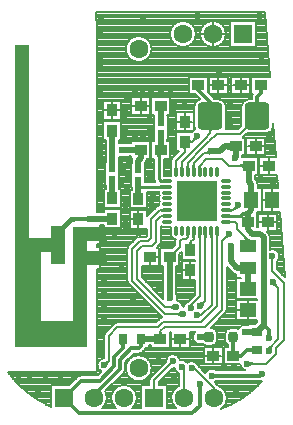
<source format=gtl>
G04*
G04 #@! TF.GenerationSoftware,Altium Limited,Altium Designer,18.1.7 (191)*
G04*
G04 Layer_Physical_Order=1*
G04 Layer_Color=255*
%FSLAX24Y24*%
%MOIN*%
G70*
G01*
G75*
%ADD12C,0.0079*%
%ADD16R,0.0236X0.0217*%
%ADD17R,0.0217X0.0236*%
G04:AMPARAMS|DCode=18|XSize=31.5mil|YSize=35.4mil|CornerRadius=7.9mil|HoleSize=0mil|Usage=FLASHONLY|Rotation=0.000|XOffset=0mil|YOffset=0mil|HoleType=Round|Shape=RoundedRectangle|*
%AMROUNDEDRECTD18*
21,1,0.0315,0.0197,0,0,0.0*
21,1,0.0157,0.0354,0,0,0.0*
1,1,0.0157,0.0079,-0.0098*
1,1,0.0157,-0.0079,-0.0098*
1,1,0.0157,-0.0079,0.0098*
1,1,0.0157,0.0079,0.0098*
%
%ADD18ROUNDEDRECTD18*%
G04:AMPARAMS|DCode=19|XSize=90.6mil|YSize=82.7mil|CornerRadius=12.4mil|HoleSize=0mil|Usage=FLASHONLY|Rotation=90.000|XOffset=0mil|YOffset=0mil|HoleType=Round|Shape=RoundedRectangle|*
%AMROUNDEDRECTD19*
21,1,0.0906,0.0579,0,0,90.0*
21,1,0.0657,0.0827,0,0,90.0*
1,1,0.0248,0.0289,0.0329*
1,1,0.0248,0.0289,-0.0329*
1,1,0.0248,-0.0289,-0.0329*
1,1,0.0248,-0.0289,0.0329*
%
%ADD19ROUNDEDRECTD19*%
%ADD20O,0.0110X0.0335*%
%ADD21O,0.0335X0.0110*%
%ADD22R,0.1358X0.1358*%
%ADD39R,0.0354X0.0276*%
%ADD40R,0.0799X0.0181*%
%ADD41R,0.0394X0.0472*%
%ADD42R,0.0394X0.0354*%
%ADD43R,0.0276X0.0354*%
%ADD44R,0.0354X0.0394*%
%ADD45R,0.0453X0.0571*%
%ADD46R,0.0551X0.0413*%
%ADD47R,0.0571X0.0453*%
%ADD48C,0.0118*%
%ADD49C,0.0197*%
%ADD50C,0.0098*%
%ADD51C,0.0181*%
%ADD52R,0.0412X0.0472*%
%ADD53R,0.0453X0.0472*%
%ADD54R,0.0476X0.1260*%
%ADD55R,0.0463X0.2802*%
%ADD56R,0.0508X0.4008*%
%ADD57R,0.0799X0.0472*%
%ADD58R,0.0799X0.0472*%
%ADD59R,0.2429X0.0859*%
%ADD60R,0.0476X1.0071*%
%ADD61R,0.0394X0.0472*%
%ADD62C,0.0630*%
%ADD63R,0.0630X0.0630*%
%ADD64C,0.0236*%
G36*
X71218Y20780D02*
X71216Y20777D01*
X71215Y20773D01*
X71214Y20768D01*
X71213Y20760D01*
X71211Y20741D01*
X71211Y20699D01*
X71132D01*
X71132Y20714D01*
X71129Y20768D01*
X71127Y20773D01*
X71126Y20777D01*
X71125Y20780D01*
X71123Y20781D01*
X71220D01*
X71218Y20780D01*
D02*
G37*
G36*
X72204Y20778D02*
X72202Y20773D01*
X72200Y20766D01*
X72199Y20759D01*
X72197Y20739D01*
X72195Y20715D01*
X72195Y20686D01*
X72116D01*
X72116Y20701D01*
X72112Y20759D01*
X72111Y20766D01*
X72109Y20773D01*
X72107Y20778D01*
X72105Y20782D01*
X72206D01*
X72204Y20778D01*
D02*
G37*
G36*
X71810D02*
X71808Y20773D01*
X71807Y20766D01*
X71805Y20759D01*
X71803Y20739D01*
X71802Y20715D01*
X71801Y20686D01*
X71722D01*
X71722Y20701D01*
X71718Y20759D01*
X71717Y20766D01*
X71715Y20773D01*
X71713Y20778D01*
X71711Y20782D01*
X71813D01*
X71810Y20778D01*
D02*
G37*
G36*
X71614D02*
X71612Y20773D01*
X71610Y20766D01*
X71608Y20759D01*
X71606Y20739D01*
X71605Y20715D01*
X71604Y20686D01*
X71526D01*
X71525Y20701D01*
X71521Y20759D01*
X71520Y20766D01*
X71518Y20773D01*
X71516Y20778D01*
X71514Y20782D01*
X71616D01*
X71614Y20778D01*
D02*
G37*
G36*
X71417D02*
X71415Y20773D01*
X71413Y20766D01*
X71412Y20759D01*
X71409Y20739D01*
X71408Y20715D01*
X71407Y20686D01*
X71329D01*
X71329Y20701D01*
X71325Y20759D01*
X71323Y20766D01*
X71321Y20773D01*
X71319Y20778D01*
X71317Y20782D01*
X71419D01*
X71417Y20778D01*
D02*
G37*
G36*
X72009Y20781D02*
X72009Y20778D01*
X72008Y20768D01*
X72008Y20701D01*
X71929Y20679D01*
X71929Y20693D01*
X71926Y20730D01*
X71924Y20740D01*
X71921Y20750D01*
X71919Y20759D01*
X71916Y20768D01*
X71912Y20775D01*
X71908Y20782D01*
X72009D01*
X72009Y20781D01*
D02*
G37*
G36*
X72558Y20699D02*
X72546Y20699D01*
X72534Y20697D01*
X72523Y20696D01*
X72513Y20693D01*
X72503Y20689D01*
X72493Y20685D01*
X72483Y20680D01*
X72475Y20674D01*
X72466Y20668D01*
X72458Y20660D01*
X72402Y20716D01*
X72410Y20724D01*
X72416Y20732D01*
X72422Y20741D01*
X72427Y20751D01*
X72432Y20760D01*
X72435Y20771D01*
X72438Y20781D01*
X72440Y20792D01*
X72441Y20804D01*
X72441Y20816D01*
X72558Y20699D01*
D02*
G37*
G36*
X73153Y20683D02*
X73184Y20656D01*
X73199Y20645D01*
X73213Y20636D01*
X73227Y20628D01*
X73240Y20622D01*
X73253Y20618D01*
X73265Y20616D01*
X73276Y20615D01*
X73053D01*
X73063Y20615D01*
X73071Y20617D01*
X73077Y20620D01*
X73080Y20624D01*
X73081Y20629D01*
X73080Y20635D01*
X73077Y20642D01*
X73071Y20651D01*
X73063Y20660D01*
X73053Y20671D01*
X73137Y20698D01*
X73153Y20683D01*
D02*
G37*
G36*
X71300Y20515D02*
X71301Y20502D01*
X71303Y20490D01*
X71306Y20479D01*
X71309Y20470D01*
X71313Y20463D01*
X71318Y20458D01*
X71324Y20454D01*
X71331Y20451D01*
X71339Y20450D01*
X71181D01*
X71189Y20451D01*
X71195Y20454D01*
X71201Y20458D01*
X71206Y20463D01*
X71211Y20470D01*
X71214Y20479D01*
X71217Y20490D01*
X71219Y20502D01*
X71220Y20515D01*
X71220Y20530D01*
X71299D01*
X71300Y20515D01*
D02*
G37*
G36*
X74124Y19180D02*
X74125Y19168D01*
X74127Y19157D01*
X74130Y19147D01*
X74133Y19136D01*
X74138Y19127D01*
X74143Y19117D01*
X74149Y19108D01*
X74155Y19100D01*
X74163Y19092D01*
X74107Y19036D01*
X74099Y19044D01*
X74090Y19050D01*
X74081Y19056D01*
X74072Y19061D01*
X74062Y19065D01*
X74052Y19069D01*
X74042Y19072D01*
X74030Y19073D01*
X74019Y19075D01*
X74007Y19075D01*
X74124Y19192D01*
X74124Y19180D01*
D02*
G37*
G36*
X71741Y18507D02*
X71734Y18498D01*
X71727Y18490D01*
X71721Y18481D01*
X71716Y18472D01*
X71712Y18462D01*
X71709Y18452D01*
X71706Y18441D01*
X71704Y18430D01*
X71703Y18419D01*
X71703Y18407D01*
X71586Y18524D01*
X71598Y18524D01*
X71609Y18525D01*
X71620Y18527D01*
X71631Y18529D01*
X71641Y18533D01*
X71651Y18537D01*
X71660Y18542D01*
X71669Y18548D01*
X71678Y18555D01*
X71686Y18562D01*
X71741Y18507D01*
D02*
G37*
G36*
X70683Y18283D02*
X70675Y18292D01*
X70666Y18299D01*
X70657Y18306D01*
X70647Y18311D01*
X70638Y18316D01*
X70628Y18320D01*
X70618Y18323D01*
X70607Y18325D01*
X70596Y18326D01*
X70585Y18327D01*
Y18406D01*
X70596Y18406D01*
X70607Y18407D01*
X70618Y18409D01*
X70628Y18412D01*
X70638Y18416D01*
X70647Y18421D01*
X70657Y18427D01*
X70666Y18433D01*
X70675Y18441D01*
X70683Y18449D01*
Y18283D01*
D02*
G37*
G36*
X70935Y18054D02*
X70924Y18061D01*
X70914Y18067D01*
X70904Y18073D01*
X70894Y18077D01*
X70883Y18081D01*
X70873Y18085D01*
X70863Y18087D01*
X70852Y18089D01*
X70841Y18090D01*
X70831Y18091D01*
X70817Y18169D01*
X70828Y18170D01*
X70839Y18171D01*
X70849Y18174D01*
X70858Y18177D01*
X70868Y18181D01*
X70877Y18186D01*
X70885Y18193D01*
X70893Y18200D01*
X70900Y18208D01*
X70907Y18217D01*
X70935Y18054D01*
D02*
G37*
G36*
X73800Y17788D02*
X73804Y17780D01*
X73810Y17771D01*
X73818Y17760D01*
X73840Y17733D01*
X73889Y17681D01*
X73910Y17660D01*
X73826Y17576D01*
X73805Y17597D01*
X73715Y17676D01*
X73706Y17682D01*
X73698Y17686D01*
X73692Y17687D01*
X73799Y17794D01*
X73800Y17788D01*
D02*
G37*
G36*
X73927Y17503D02*
X73929Y17480D01*
X73931Y17470D01*
X73933Y17461D01*
X73936Y17452D01*
X73939Y17445D01*
X73942Y17438D01*
X73946Y17432D01*
X73951Y17427D01*
X73785D01*
X73790Y17432D01*
X73794Y17438D01*
X73797Y17445D01*
X73801Y17452D01*
X73803Y17461D01*
X73805Y17470D01*
X73807Y17480D01*
X73808Y17491D01*
X73809Y17516D01*
X73927D01*
X73927Y17503D01*
D02*
G37*
G36*
X70296Y17546D02*
X70297Y17533D01*
X70298Y17523D01*
X70300Y17513D01*
X70303Y17506D01*
X70306Y17499D01*
X70310Y17494D01*
X70315Y17491D01*
X70320Y17488D01*
X70326Y17488D01*
X70299D01*
X70301Y17462D01*
X70304Y17443D01*
X70308Y17426D01*
X70313Y17411D01*
X70318Y17398D01*
X70324Y17386D01*
X70331Y17377D01*
X70181D01*
X70188Y17386D01*
X70194Y17398D01*
X70199Y17411D01*
X70204Y17426D01*
X70208Y17443D01*
X70211Y17462D01*
X70213Y17488D01*
X70186D01*
X70192Y17488D01*
X70197Y17491D01*
X70201Y17494D01*
X70205Y17499D01*
X70209Y17506D01*
X70212Y17513D01*
X70214Y17523D01*
X70215Y17533D01*
X70216Y17546D01*
X70217Y17559D01*
X70295D01*
X70296Y17546D01*
D02*
G37*
G36*
X71747Y17228D02*
X71745Y17237D01*
X71740Y17245D01*
X71732Y17251D01*
X71721Y17257D01*
X71706Y17262D01*
X71688Y17266D01*
X71667Y17270D01*
X71643Y17272D01*
X71585Y17274D01*
Y17470D01*
X71615Y17471D01*
X71667Y17475D01*
X71688Y17478D01*
X71706Y17482D01*
X71721Y17487D01*
X71732Y17493D01*
X71740Y17500D01*
X71745Y17507D01*
X71747Y17516D01*
Y17228D01*
D02*
G37*
G36*
X69688Y17244D02*
X69685Y17236D01*
X69683Y17225D01*
X69681Y17211D01*
X69678Y17175D01*
X69677Y17138D01*
X69686D01*
X69684Y17138D01*
X69682Y17135D01*
X69681Y17132D01*
X69679Y17127D01*
X69678Y17120D01*
X69677Y17113D01*
X69676Y17093D01*
X69675Y17067D01*
X69557D01*
X69557Y17080D01*
X69554Y17120D01*
X69553Y17127D01*
X69552Y17132D01*
X69550Y17135D01*
X69548Y17138D01*
X69546Y17138D01*
X69555D01*
X69549Y17225D01*
X69547Y17236D01*
X69544Y17244D01*
X69541Y17249D01*
X69691D01*
X69688Y17244D01*
D02*
G37*
G36*
X69113Y17136D02*
X69103Y17132D01*
X69094Y17126D01*
X69086Y17118D01*
X69080Y17107D01*
X69075Y17095D01*
X69071Y17079D01*
X69068Y17061D01*
X69066Y17041D01*
X69065Y17019D01*
X68947D01*
X68946Y17041D01*
X68945Y17061D01*
X68942Y17079D01*
X68938Y17095D01*
X68932Y17107D01*
X68926Y17118D01*
X68918Y17126D01*
X68909Y17132D01*
X68899Y17136D01*
X68888Y17137D01*
X69124D01*
X69113Y17136D01*
D02*
G37*
G36*
X73995Y17049D02*
X73987Y17041D01*
X73981Y17032D01*
X73976Y17024D01*
X73972Y17015D01*
X73969Y17006D01*
X73968Y16997D01*
X73968Y16987D01*
X73969Y16978D01*
X73971Y16969D01*
X73975Y16959D01*
X73821Y17018D01*
X73832Y17023D01*
X73862Y17039D01*
X73871Y17044D01*
X73888Y17057D01*
X73896Y17063D01*
X73912Y17077D01*
X73995Y17049D01*
D02*
G37*
G36*
X72747Y17024D02*
X72748Y17004D01*
X72751Y16986D01*
X72756Y16970D01*
X72761Y16957D01*
X72767Y16947D01*
X72775Y16939D01*
X72784Y16933D01*
X72794Y16929D01*
X72805Y16928D01*
X72569D01*
X72580Y16929D01*
X72590Y16933D01*
X72599Y16939D01*
X72607Y16947D01*
X72613Y16957D01*
X72618Y16970D01*
X72623Y16986D01*
X72626Y17004D01*
X72627Y17024D01*
X72628Y17046D01*
X72746D01*
X72747Y17024D01*
D02*
G37*
G36*
X73290Y16821D02*
X73289Y16832D01*
X73285Y16842D01*
X73279Y16851D01*
X73271Y16859D01*
X73260Y16865D01*
X73247Y16870D01*
X73231Y16875D01*
X73213Y16878D01*
X73193Y16879D01*
X73170Y16880D01*
Y16998D01*
X73193Y16999D01*
X73213Y17000D01*
X73231Y17003D01*
X73247Y17007D01*
X73260Y17013D01*
X73271Y17019D01*
X73279Y17027D01*
X73285Y17036D01*
X73289Y17046D01*
X73290Y17057D01*
Y16821D01*
D02*
G37*
G36*
X72882Y16828D02*
X72885Y16824D01*
X72889Y16821D01*
X72894Y16819D01*
X72902Y16816D01*
X72911Y16814D01*
X72921Y16813D01*
X72947Y16811D01*
X72963Y16811D01*
Y16693D01*
X72947Y16693D01*
X72911Y16690D01*
X72902Y16688D01*
X72894Y16685D01*
X72889Y16683D01*
X72885Y16680D01*
X72882Y16676D01*
X72881Y16672D01*
Y16832D01*
X72882Y16828D01*
D02*
G37*
G36*
X68552Y16528D02*
X68545Y16520D01*
X68538Y16512D01*
X68532Y16503D01*
X68527Y16493D01*
X68523Y16484D01*
X68520Y16473D01*
X68517Y16463D01*
X68515Y16452D01*
X68514Y16440D01*
X68514Y16428D01*
X68397Y16545D01*
X68409Y16546D01*
X68420Y16547D01*
X68431Y16548D01*
X68442Y16551D01*
X68452Y16555D01*
X68462Y16559D01*
X68471Y16564D01*
X68480Y16570D01*
X68489Y16576D01*
X68497Y16584D01*
X68552Y16528D01*
D02*
G37*
G36*
X73252Y16561D02*
X73261Y16553D01*
X73270Y16547D01*
X73280Y16541D01*
X73289Y16536D01*
X73299Y16533D01*
X73310Y16529D01*
X73320Y16527D01*
X73331Y16526D01*
X73342Y16526D01*
Y16447D01*
X73331Y16446D01*
X73320Y16445D01*
X73310Y16443D01*
X73299Y16440D01*
X73289Y16436D01*
X73280Y16431D01*
X73270Y16426D01*
X73261Y16419D01*
X73252Y16412D01*
X73244Y16404D01*
Y16569D01*
X73252Y16561D01*
D02*
G37*
G36*
X70089Y15722D02*
X70090Y15708D01*
X70092Y15696D01*
X70095Y15686D01*
X70098Y15677D01*
X70103Y15670D01*
X70108Y15664D01*
X70114Y15660D01*
X70120Y15658D01*
X70128Y15657D01*
X69970D01*
X69978Y15658D01*
X69985Y15660D01*
X69991Y15664D01*
X69996Y15670D01*
X70000Y15677D01*
X70004Y15686D01*
X70006Y15696D01*
X70008Y15708D01*
X70009Y15722D01*
X70010Y15737D01*
X70089D01*
X70089Y15722D01*
D02*
G37*
G36*
X71653Y15718D02*
X71649Y15712D01*
X71645Y15705D01*
X71642Y15697D01*
X71640Y15689D01*
X71638Y15680D01*
X71636Y15669D01*
X71635Y15659D01*
X71634Y15634D01*
X71516D01*
X71516Y15647D01*
X71514Y15669D01*
X71512Y15680D01*
X71510Y15689D01*
X71507Y15697D01*
X71504Y15705D01*
X71501Y15712D01*
X71497Y15718D01*
X71492Y15723D01*
X71657D01*
X71653Y15718D01*
D02*
G37*
G36*
X67354Y15189D02*
X67351Y15178D01*
Y15165D01*
X67354Y15151D01*
X67361Y15135D01*
X67371Y15118D01*
X67384Y15098D01*
X67401Y15078D01*
X67445Y15031D01*
X67361Y14947D01*
X67337Y14971D01*
X67293Y15007D01*
X67274Y15021D01*
X67257Y15031D01*
X67241Y15037D01*
X67227Y15041D01*
X67214D01*
X67203Y15037D01*
X67194Y15031D01*
X67361Y15198D01*
X67354Y15189D01*
D02*
G37*
G36*
X71495Y23937D02*
X71483Y23937D01*
X71471Y23936D01*
X71460Y23934D01*
X71450Y23931D01*
X71440Y23928D01*
X71430Y23923D01*
X71420Y23918D01*
X71412Y23913D01*
X71403Y23906D01*
X71395Y23898D01*
X71339Y23954D01*
X71347Y23962D01*
X71353Y23971D01*
X71359Y23980D01*
X71364Y23989D01*
X71369Y23999D01*
X71372Y24009D01*
X71375Y24019D01*
X71377Y24031D01*
X71378Y24042D01*
X71378Y24054D01*
X71495Y23937D01*
D02*
G37*
G36*
X71249Y23942D02*
X71252Y23937D01*
X71255Y23932D01*
X71260Y23928D01*
X71266Y23925D01*
X71274Y23922D01*
X71283Y23920D01*
X71294Y23919D01*
X71306Y23918D01*
X71319Y23917D01*
Y23839D01*
X71306Y23838D01*
X71294Y23837D01*
X71283Y23836D01*
X71274Y23834D01*
X71266Y23831D01*
X71260Y23828D01*
X71255Y23824D01*
X71252Y23819D01*
X71249Y23814D01*
X71249Y23808D01*
Y23948D01*
X71249Y23942D01*
D02*
G37*
G36*
X71144Y23683D02*
X71137Y23680D01*
X71132Y23676D01*
X71126Y23671D01*
X71122Y23664D01*
X71118Y23655D01*
X71116Y23644D01*
X71114Y23632D01*
X71113Y23619D01*
X71112Y23604D01*
X71033D01*
X71033Y23619D01*
X71032Y23632D01*
X71030Y23644D01*
X71027Y23655D01*
X71024Y23664D01*
X71019Y23671D01*
X71014Y23676D01*
X71008Y23680D01*
X71002Y23683D01*
X70994Y23684D01*
X71152D01*
X71144Y23683D01*
D02*
G37*
G36*
X70306Y23427D02*
X70297Y23424D01*
X70290Y23419D01*
X70283Y23412D01*
X70278Y23403D01*
X70274Y23392D01*
X70270Y23379D01*
X70268Y23364D01*
X70266Y23347D01*
X70266Y23328D01*
X70167D01*
X70167Y23347D01*
X70165Y23364D01*
X70163Y23379D01*
X70159Y23392D01*
X70155Y23403D01*
X70150Y23412D01*
X70143Y23419D01*
X70136Y23424D01*
X70127Y23427D01*
X70118Y23428D01*
X70315D01*
X70306Y23427D01*
D02*
G37*
G36*
X69706Y23425D02*
X69705Y23422D01*
X69705Y23378D01*
X69705Y23327D01*
X69508D01*
X69507Y23426D01*
X69706D01*
X69706Y23425D01*
D02*
G37*
G36*
X71604Y23065D02*
X71608Y23012D01*
X71609Y23006D01*
X71610Y23002D01*
X71612Y23000D01*
X71613Y22999D01*
X71517D01*
X71518Y23000D01*
X71520Y23002D01*
X71521Y23006D01*
X71522Y23012D01*
X71523Y23019D01*
X71525Y23039D01*
X71526Y23081D01*
X71604D01*
X71604Y23065D01*
D02*
G37*
G36*
X71408Y23078D02*
X71412Y23021D01*
X71413Y23013D01*
X71415Y23007D01*
X71417Y23001D01*
X71419Y22997D01*
X71317D01*
X71319Y23001D01*
X71321Y23007D01*
X71323Y23013D01*
X71325Y23021D01*
X71327Y23040D01*
X71328Y23064D01*
X71329Y23093D01*
X71407D01*
X71408Y23078D01*
D02*
G37*
G36*
X71211D02*
X71215Y23021D01*
X71216Y23013D01*
X71218Y23007D01*
X71220Y23001D01*
X71222Y22997D01*
X71120D01*
X71123Y23001D01*
X71125Y23007D01*
X71126Y23013D01*
X71128Y23021D01*
X71130Y23040D01*
X71131Y23064D01*
X71132Y23093D01*
X71211D01*
X71211Y23078D01*
D02*
G37*
G36*
X71014D02*
X71018Y23021D01*
X71019Y23013D01*
X71021Y23007D01*
X71023Y23001D01*
X71025Y22997D01*
X70924D01*
X70926Y23001D01*
X70928Y23007D01*
X70929Y23013D01*
X70931Y23021D01*
X70933Y23040D01*
X70935Y23064D01*
X70935Y23093D01*
X71014D01*
X71014Y23078D01*
D02*
G37*
G36*
X69627Y22492D02*
X69627Y22489D01*
X69626Y22443D01*
X69626Y22392D01*
X69429D01*
X69428Y22493D01*
X69627D01*
X69627Y22492D01*
D02*
G37*
G36*
X70359Y22331D02*
X70357Y22331D01*
X70354Y22332D01*
X70321Y22332D01*
X70258Y22333D01*
Y22431D01*
X70359Y22433D01*
Y22331D01*
D02*
G37*
G36*
Y21544D02*
X70355Y21546D01*
X70350Y21548D01*
X70343Y21550D01*
X70335Y21551D01*
X70316Y21553D01*
X70292Y21555D01*
X70263Y21555D01*
Y21634D01*
X70278Y21634D01*
X70335Y21638D01*
X70343Y21639D01*
X70350Y21641D01*
X70355Y21643D01*
X70359Y21645D01*
Y21544D01*
D02*
G37*
G36*
X67336Y21379D02*
X67339Y21377D01*
X67348Y21373D01*
X67361Y21369D01*
X67376Y21366D01*
X67395Y21363D01*
X67440Y21359D01*
X67531Y21357D01*
Y21278D01*
X67498Y21278D01*
X67376Y21269D01*
X67361Y21266D01*
X67348Y21263D01*
X67339Y21258D01*
X67336Y21256D01*
Y21251D01*
X67336Y21256D01*
X67332Y21254D01*
Y21262D01*
X67330Y21265D01*
X67325Y21269D01*
X67319Y21272D01*
X67312Y21274D01*
X67303Y21276D01*
X67293Y21277D01*
X67281Y21278D01*
X67269Y21278D01*
Y21357D01*
X67281Y21357D01*
X67303Y21360D01*
X67312Y21361D01*
X67319Y21364D01*
X67325Y21367D01*
X67330Y21370D01*
X67332Y21373D01*
Y21382D01*
X67336Y21379D01*
X67336Y21384D01*
Y21379D01*
D02*
G37*
G36*
X70359Y21347D02*
X70355Y21349D01*
X70350Y21351D01*
X70343Y21353D01*
X70336Y21354D01*
X70317Y21356D01*
X70294Y21358D01*
X70266Y21358D01*
Y21437D01*
X70280Y21437D01*
X70336Y21441D01*
X70343Y21443D01*
X70350Y21444D01*
X70355Y21446D01*
X70359Y21448D01*
Y21347D01*
D02*
G37*
G36*
X73688Y25582D02*
X73685Y25580D01*
X73681Y25576D01*
X73679Y25570D01*
X73676Y25563D01*
X73675Y25554D01*
X73673Y25543D01*
X73671Y25517D01*
X73671Y25502D01*
X73553D01*
X73553Y25517D01*
X73550Y25554D01*
X73548Y25563D01*
X73546Y25570D01*
X73543Y25576D01*
X73540Y25580D01*
X73536Y25582D01*
X73532Y25583D01*
X73692D01*
X73688Y25582D01*
D02*
G37*
G36*
X73494Y24665D02*
X73493Y24665D01*
X73490Y24662D01*
X73479Y24652D01*
X73407Y24582D01*
X73352Y24638D01*
X73435Y24724D01*
X73494Y24665D01*
D02*
G37*
G36*
X71961Y24681D02*
X71960Y24677D01*
X71960Y24662D01*
X71959Y24562D01*
X71880D01*
X71878Y24683D01*
X71961D01*
X71961Y24681D01*
D02*
G37*
G36*
X71991Y24272D02*
X71984Y24270D01*
X71978Y24266D01*
X71973Y24260D01*
X71968Y24253D01*
X71965Y24244D01*
X71962Y24234D01*
X71960Y24222D01*
X71959Y24208D01*
X71959Y24193D01*
X71880D01*
X71880Y24208D01*
X71878Y24222D01*
X71876Y24234D01*
X71874Y24244D01*
X71870Y24253D01*
X71866Y24260D01*
X71861Y24266D01*
X71855Y24270D01*
X71848Y24272D01*
X71841Y24273D01*
X71998D01*
X71991Y24272D01*
D02*
G37*
G36*
X72581Y23562D02*
X72580Y23573D01*
X72575Y23583D01*
X72567Y23593D01*
X72556Y23600D01*
X72541Y23607D01*
X72524Y23612D01*
X72503Y23617D01*
X72479Y23620D01*
X72452Y23621D01*
X72421Y23622D01*
Y23819D01*
X72452Y23819D01*
X72503Y23824D01*
X72524Y23829D01*
X72541Y23834D01*
X72556Y23841D01*
X72567Y23848D01*
X72575Y23857D01*
X72580Y23868D01*
X72581Y23879D01*
Y23562D01*
D02*
G37*
G36*
X71922Y23451D02*
X71913Y23453D01*
X71895Y23458D01*
X71886Y23460D01*
X71855Y23463D01*
X71845Y23464D01*
X71823Y23465D01*
X71771Y23543D01*
X71783Y23544D01*
X71794Y23545D01*
X71803Y23548D01*
X71812Y23551D01*
X71820Y23556D01*
X71827Y23561D01*
X71832Y23567D01*
X71837Y23575D01*
X71841Y23583D01*
X71844Y23592D01*
X71922Y23451D01*
D02*
G37*
G36*
X73004Y23124D02*
X73060Y23128D01*
X73080Y23131D01*
X73097Y23135D01*
X73111Y23139D01*
X73122Y23145D01*
X73129Y23150D01*
Y23011D01*
X73122Y23017D01*
X73111Y23022D01*
X73097Y23027D01*
X73080Y23030D01*
X73060Y23034D01*
X73010Y23039D01*
X73004Y23039D01*
Y23002D01*
X73004Y23009D01*
X73001Y23016D01*
X72997Y23022D01*
X72992Y23027D01*
X72984Y23031D01*
X72976Y23035D01*
X72965Y23038D01*
X72953Y23040D01*
X72940Y23041D01*
X72931Y23041D01*
X72912Y23041D01*
Y23120D01*
X72931Y23120D01*
X72940Y23120D01*
X72953Y23122D01*
X72965Y23124D01*
X72976Y23126D01*
X72984Y23130D01*
X72992Y23134D01*
X72997Y23139D01*
X73001Y23145D01*
X73004Y23152D01*
X73004Y23159D01*
Y23124D01*
D02*
G37*
G36*
X72853Y21644D02*
X72841Y21643D01*
X72830Y21642D01*
X72819Y21640D01*
X72808Y21638D01*
X72798Y21634D01*
X72788Y21630D01*
X72779Y21625D01*
X72770Y21619D01*
X72761Y21613D01*
X72753Y21605D01*
X72698Y21661D01*
X72705Y21669D01*
X72712Y21677D01*
X72718Y21686D01*
X72723Y21696D01*
X72727Y21705D01*
X72730Y21716D01*
X72733Y21726D01*
X72735Y21737D01*
X72736Y21749D01*
X72736Y21761D01*
X72853Y21644D01*
D02*
G37*
G36*
X72578Y21643D02*
X72583Y21641D01*
X72590Y21639D01*
X72598Y21638D01*
X72617Y21636D01*
X72641Y21634D01*
X72670Y21634D01*
Y21555D01*
X72655Y21555D01*
X72598Y21551D01*
X72590Y21550D01*
X72583Y21548D01*
X72578Y21546D01*
X72574Y21544D01*
Y21645D01*
X72578Y21643D01*
D02*
G37*
G36*
X73110Y21486D02*
X73268D01*
X73268Y21463D01*
X73273Y21396D01*
X73275Y21385D01*
X73278Y21377D01*
X73281Y21371D01*
X73285Y21367D01*
X73289Y21366D01*
X73050D01*
X73054Y21367D01*
X73057Y21371D01*
X73061Y21377D01*
X73063Y21385D01*
X73066Y21396D01*
X73068Y21409D01*
X73069Y21427D01*
X73061Y21430D01*
X73049Y21432D01*
X73036Y21434D01*
X73008Y21437D01*
X72992Y21437D01*
Y21535D01*
X73008Y21536D01*
X73036Y21538D01*
X73049Y21540D01*
X73061Y21543D01*
X73072Y21546D01*
X73083Y21550D01*
X73093Y21554D01*
X73102Y21559D01*
X73110Y21565D01*
Y21486D01*
D02*
G37*
G36*
X72576Y21448D02*
X72579Y21448D01*
X72612Y21447D01*
X72675Y21447D01*
Y21348D01*
X72574Y21347D01*
Y21448D01*
X72576Y21448D01*
D02*
G37*
G36*
X72578Y21249D02*
X72583Y21247D01*
X72590Y21246D01*
X72598Y21244D01*
X72617Y21242D01*
X72641Y21241D01*
X72670Y21240D01*
Y21161D01*
X72655Y21161D01*
X72598Y21157D01*
X72590Y21156D01*
X72583Y21154D01*
X72578Y21152D01*
X72574Y21150D01*
Y21252D01*
X72578Y21249D01*
D02*
G37*
D12*
X73335Y25463D02*
G03*
X73317Y25384I159J-79D01*
G01*
X73335Y25463D02*
G03*
X73317Y25384I159J-79D01*
G01*
X73783Y24154D02*
G03*
X74026Y24396I0J242D01*
G01*
X73205Y25295D02*
G03*
X72963Y25053I0J-242D01*
G01*
X73152Y24159D02*
G03*
X73205Y24154I53J236D01*
G01*
X73469Y21486D02*
G03*
X73493Y21535I-181J118D01*
G01*
X73504Y22461D02*
G03*
X73440Y22614I-217J0D01*
G01*
X73504Y22461D02*
G03*
X73441Y22614I-217J0D01*
G01*
X72451Y25053D02*
G03*
X72209Y25295I-242J0D01*
G01*
X72067D02*
G03*
X72045Y25322I-147J-98D01*
G01*
X72067Y25295D02*
G03*
X72045Y25322I-147J-98D01*
G01*
X72445Y27470D02*
G03*
X72445Y27470I-433J0D01*
G01*
X71445D02*
G03*
X71445Y27470I-433J0D01*
G01*
X71576Y25289D02*
G03*
X71388Y25053I54J-236D01*
G01*
X72432Y24301D02*
G03*
X72451Y24396I-223J94D01*
G01*
X71388D02*
G03*
X71418Y24278I242J0D01*
G01*
Y24278D02*
G03*
X71368Y24254I78J-223D01*
G01*
D02*
G03*
X71340Y24232I128J-199D01*
G01*
D02*
G03*
X71304Y24193I156J-177D01*
G01*
X70666Y23360D02*
G03*
X70620Y23248I111J-112D01*
G01*
X70666Y23359D02*
G03*
X70620Y23248I111J-111D01*
G01*
Y23049D02*
G03*
X70604Y22976I157J-72D01*
G01*
X73917Y20689D02*
G03*
X73854Y20842I-217J0D01*
G01*
X73917Y20689D02*
G03*
X73854Y20842I-217J0D01*
G01*
X74232Y20059D02*
G03*
X73917Y20282I-236J0D01*
G01*
X74154Y19883D02*
G03*
X74232Y20059I-157J176D01*
G01*
X73469Y21486D02*
G03*
X73493Y21535I-181J118D01*
G01*
X72676Y19508D02*
G03*
X72782Y19450I153J153D01*
G01*
X72675Y19509D02*
G03*
X72782Y19450I153J153D01*
G01*
X73511Y15906D02*
G03*
X73642Y15893I81J157D01*
G01*
X73511Y15906D02*
G03*
X73642Y15893I81J157D01*
G01*
X73169Y17768D02*
G03*
X72863Y17641I-89J-219D01*
G01*
D02*
G03*
X72766Y17667I-98J-171D01*
G01*
X72925Y16457D02*
G03*
X73092Y16260I234J30D01*
G01*
X72608Y17667D02*
G03*
X72411Y17470I0J-197D01*
G01*
Y17274D02*
G03*
X72510Y17103I197J0D01*
G01*
X72424Y18156D02*
G03*
X72470Y18268I-111J111D01*
G01*
X72424Y18156D02*
G03*
X72470Y18268I-111J112D01*
G01*
X72271Y14972D02*
G03*
X73642Y15893I-1139J3177D01*
G01*
X72482Y15344D02*
G03*
X72178Y15758I-433J0D01*
G01*
X72271Y14972D02*
G03*
X72482Y15344I-221J372D01*
G01*
X72163Y17470D02*
G03*
X71966Y17667I-197J0D01*
G01*
X71430Y17549D02*
G03*
X71661Y17142I144J-187D01*
G01*
X71176Y18553D02*
G03*
X71038Y18383I94J-217D01*
G01*
D02*
G03*
X71003Y18386I-34J-234D01*
G01*
X70604Y20803D02*
G03*
X70766Y20630I173J0D01*
G01*
Y20630D02*
G03*
X70758Y20581I149J-50D01*
G01*
X70766Y20630D02*
G03*
X70758Y20581I149J-50D01*
G01*
X70827Y18681D02*
G03*
X70787Y18812I-236J0D01*
G01*
X71003Y18386D02*
G03*
X70812Y18598I-235J-20D01*
G01*
Y18598D02*
G03*
X70827Y18681I-221J83D01*
G01*
X71966Y17077D02*
G03*
X72163Y17274I0J197D01*
G01*
X71661Y17142D02*
G03*
X71808Y17077I147J131D01*
G01*
X72135Y16260D02*
G03*
X71762Y16177I-156J-177D01*
G01*
X71519Y16420D02*
G03*
X71152Y16512I-218J-91D01*
G01*
X72073Y15866D02*
G03*
X72135Y15906I-95J216D01*
G01*
X71152Y16512D02*
G03*
X70914Y16599I-187J-144D01*
G01*
D02*
G03*
X70445Y16543I-234J-34D01*
G01*
X70676Y16329D02*
G03*
X70731Y16334I5J236D01*
G01*
D02*
G03*
X70892Y16143I234J34D01*
G01*
Y15748D02*
G03*
X70774Y15010I157J-403D01*
G01*
X69970Y26969D02*
G03*
X69970Y26969I-433J0D01*
G01*
D02*
G03*
X69970Y26969I-433J0D01*
G01*
X70049Y22648D02*
G03*
X70081Y22549I167J0D01*
G01*
X70209Y22215D02*
G03*
X70237Y22087I171J-30D01*
G01*
D02*
G03*
X70237Y21890I143J-98D01*
G01*
D02*
G03*
X70212Y21749I143J-98D01*
G01*
X70212Y21749D02*
G03*
X70129Y21706I28J-155D01*
G01*
X70212Y21749D02*
G03*
X70128Y21706I28J-155D01*
G01*
X70049Y22648D02*
G03*
X70081Y22549I167J0D01*
G01*
X69759Y23174D02*
G03*
X69822Y23307I-153J153D01*
G01*
X69759Y23173D02*
G03*
X69822Y23307I-153J153D01*
G01*
X69319D02*
G03*
X69311Y23248I208J-59D01*
G01*
X69319Y23307D02*
G03*
X69311Y23248I208J-59D01*
G01*
X70276Y21063D02*
G03*
X70380Y21028I104J138D01*
G01*
X70229Y20420D02*
G03*
X70276Y20531I-111J112D01*
G01*
X70229Y20420D02*
G03*
X70276Y20531I-111J111D01*
G01*
X70355Y18691D02*
G03*
X70357Y18645I236J-10D01*
G01*
X69849Y21427D02*
G03*
X69823Y21391I111J-112D01*
G01*
X69849Y21427D02*
G03*
X69823Y21391I111J-111D01*
G01*
X69571Y20719D02*
G03*
X69459Y20672I0J-157D01*
G01*
X69571Y20719D02*
G03*
X69459Y20672I0J-157D01*
G01*
X70314Y18020D02*
G03*
X70227Y17975I24J-156D01*
G01*
X70314Y18020D02*
G03*
X70227Y17976I24J-156D01*
G01*
X69741Y16942D02*
G03*
X69786Y17018I-125J125D01*
G01*
X69741Y16942D02*
G03*
X69786Y17018I-125J125D01*
G01*
X69938Y16037D02*
G03*
X69892Y15925I111J-112D01*
G01*
X69938Y16037D02*
G03*
X69892Y15925I111J-111D01*
G01*
X69538Y16811D02*
G03*
X69663Y16863I0J177D01*
G01*
X69538Y16811D02*
G03*
X69663Y16863I0J177D01*
G01*
X69970Y16329D02*
G03*
X69970Y16329I-433J0D01*
G01*
D02*
G03*
X69970Y16329I-433J0D01*
G01*
X69210Y20423D02*
G03*
X69163Y20311I111J-112D01*
G01*
X69210Y20423D02*
G03*
X69163Y20311I111J-111D01*
G01*
Y19236D02*
G03*
X69210Y19125I157J0D01*
G01*
X69163Y19236D02*
G03*
X69210Y19124I157J0D01*
G01*
X68829Y17854D02*
G03*
X68717Y17808I0J-157D01*
G01*
X68829Y17854D02*
G03*
X68717Y17808I0J-157D01*
G01*
X68432Y17523D02*
G03*
X68386Y17411I111J-112D01*
G01*
X68432Y17523D02*
G03*
X68386Y17411I111J-111D01*
G01*
X68382Y16663D02*
G03*
X68295Y16213I14J-236D01*
G01*
X69043Y16181D02*
G03*
X69094Y16306I-125J125D01*
G01*
X69043Y16181D02*
G03*
X69094Y16306I-125J125D01*
G01*
X69480Y15344D02*
G03*
X68772Y15010I-433J0D01*
G01*
X69322D02*
G03*
X69480Y15344I-275J335D01*
G01*
X68480D02*
G03*
X68422Y15561I-433J0D01*
G01*
X68322Y15010D02*
G03*
X68480Y15344I-275J335D01*
G01*
X67618Y16093D02*
G03*
X67493Y16041I0J-177D01*
G01*
X67618Y16093D02*
G03*
X67493Y16041I0J-177D01*
G01*
X65187Y16201D02*
G03*
X66614Y15047I2756J1949D01*
G01*
X73445Y27480D02*
X73799D01*
X73445Y27559D02*
X73793D01*
X73743Y28219D02*
X73907Y26053D01*
X73445Y27402D02*
X73805D01*
X73445Y27323D02*
X73811D01*
X73445Y27244D02*
X73817D01*
X73445Y27165D02*
X73823D01*
X73445Y27087D02*
X73829D01*
X73297Y26053D02*
X73907D01*
X73445Y27795D02*
X73775D01*
X73445Y27716D02*
X73781D01*
X73445Y27874D02*
X73769D01*
X73445Y27037D02*
Y27904D01*
Y27638D02*
X73787D01*
X73258Y25984D02*
X73297D01*
X73258Y25905D02*
X73297D01*
X73258Y25827D02*
X73297D01*
X74026Y24396D02*
Y24492D01*
X74110Y23376D01*
X73297Y25463D02*
X73335D01*
X73978Y24252D02*
X74044D01*
X73879Y24173D02*
X74050D01*
X73205Y24154D02*
X73783D01*
X73258Y25463D02*
Y26053D01*
X73297Y25463D02*
Y26053D01*
X73258Y25748D02*
X73297D01*
X73258Y25669D02*
X73297D01*
X73258Y25591D02*
X73297D01*
X73317Y25295D02*
Y25384D01*
X73258Y25512D02*
X73297D01*
X73205Y25295D02*
X73317D01*
X72628Y26053D02*
X73258D01*
X72943Y25758D02*
X73218D01*
X72628Y25463D02*
X73258D01*
X72579Y27904D02*
X73445D01*
X72579Y27037D02*
X73445D01*
X72304Y25276D02*
X73109D01*
X71934Y25433D02*
X73324D01*
X72012Y25354D02*
X73317D01*
X72943Y25758D02*
Y26014D01*
Y25502D02*
Y25758D01*
X72667D02*
X72943D01*
X72510Y25748D02*
X72628D01*
X72451Y25039D02*
X72963D01*
X72451Y24961D02*
X72963D01*
X72404Y25197D02*
X73010D01*
X72442Y25118D02*
X72971D01*
X72963Y24416D02*
Y25053D01*
X72451Y24646D02*
X72963D01*
X72451Y24488D02*
X72963D01*
X73087Y24094D02*
X74056D01*
X73091Y23425D02*
Y24016D01*
X73025Y24033D02*
X73152Y24159D01*
X73005Y24016D02*
X73091D01*
X72451Y24724D02*
X72963D01*
X72451Y24567D02*
X72963D01*
X72451Y24882D02*
X72963D01*
X72451Y24803D02*
X72963D01*
X72451Y24409D02*
X72956D01*
X72848Y24301D02*
X72963Y24416D01*
X72442Y24331D02*
X72878D01*
X72432Y24301D02*
X72848D01*
X73760Y23779D02*
X74080D01*
X73760Y23858D02*
X74074D01*
X73760Y23701D02*
X74086D01*
X73760Y24016D02*
X74062D01*
X73760Y23937D02*
X74068D01*
X73760Y23622D02*
X74092D01*
X73760Y23543D02*
X74098D01*
X73760Y23465D02*
X74104D01*
X73553Y23376D02*
X74110D01*
X73760Y23425D02*
Y24016D01*
X73868Y23081D02*
Y23337D01*
X73514Y23307D02*
X73553D01*
X73514Y23228D02*
X73553D01*
X73514Y23150D02*
X73553D01*
X73593Y23081D02*
X73868D01*
X73514Y23071D02*
X73553D01*
X73514Y22992D02*
X73553D01*
X73652Y22343D02*
X74189D01*
X74155Y22785D02*
X74189Y22343D01*
X73553Y22785D02*
X74155D01*
X73504Y22362D02*
X74187D01*
X73996Y21939D02*
Y22303D01*
Y21575D02*
Y21939D01*
X73691D02*
X73996D01*
X73652Y21535D02*
X74250D01*
X73868Y22825D02*
Y23081D01*
X73553Y22785D02*
Y23376D01*
X73514Y22913D02*
X73553D01*
X73514Y22785D02*
Y23376D01*
X73632Y21535D02*
Y22343D01*
X73652Y21535D02*
Y22343D01*
X73514Y22835D02*
X73553D01*
X73504Y22343D02*
X73632D01*
X73130Y24016D02*
X73760D01*
X73445Y23720D02*
X73720D01*
X73445D02*
Y23976D01*
X73091Y24016D02*
X73130D01*
X73091Y23937D02*
X73130D01*
X73169Y23720D02*
X73445D01*
Y23465D02*
Y23720D01*
X73130Y23425D02*
X73760D01*
X72992Y23386D02*
X74110D01*
X73091Y23858D02*
X73130D01*
Y23425D02*
Y24016D01*
X73091Y23779D02*
X73130D01*
X73091Y23701D02*
X73130D01*
X73091Y23622D02*
X73130D01*
X73091Y23543D02*
X73130D01*
X73091Y23465D02*
X73130D01*
X72992Y23425D02*
X73091D01*
X73415Y22677D02*
X74163D01*
X73454Y22598D02*
X74169D01*
X73415Y22785D02*
X73514D01*
X73415Y22756D02*
X74157D01*
X73496Y22520D02*
X74175D01*
X73504Y22441D02*
X74181D01*
X73493Y21535D02*
X73632D01*
X73475Y21496D02*
X74253D01*
X73415Y22639D02*
Y22785D01*
Y22639D02*
X73440Y22614D01*
X72992Y23376D02*
Y23425D01*
Y23376D02*
X73514D01*
X73504Y22343D02*
Y22461D01*
X72411Y27638D02*
X72579D01*
X72368Y27716D02*
X72579D01*
X72436Y27559D02*
X72579D01*
X72169Y27874D02*
X72579D01*
X72298Y27795D02*
X72579D01*
X72510Y25984D02*
X72628D01*
X72510Y25905D02*
X72628D01*
X72445Y27480D02*
X72579D01*
X72439Y27402D02*
X72579D01*
X72012Y27470D02*
Y27864D01*
X72579Y27037D02*
Y27904D01*
X72012Y27470D02*
X72406D01*
X72012Y27077D02*
Y27470D01*
X72419Y27323D02*
X72579D01*
X72381Y27244D02*
X72579D01*
X72319Y27165D02*
X72579D01*
X72212Y27087D02*
X72579D01*
X72628Y25463D02*
Y26053D01*
X72510Y25827D02*
X72628D01*
X72510Y25462D02*
Y26052D01*
X72195Y25757D02*
X72470D01*
X72510Y25669D02*
X72628D01*
X72510Y25591D02*
X72628D01*
X72510Y25512D02*
X72628D01*
X71905Y25462D02*
X72510D01*
X72195Y25757D02*
Y26013D01*
Y25501D02*
Y25757D01*
X71919D02*
X72195D01*
X71880Y25487D02*
Y26052D01*
X72067Y25295D02*
X72209D01*
X71905Y25462D02*
X72045Y25322D01*
X71618Y27470D02*
X72012D01*
X71319Y27165D02*
X71705D01*
X71169Y27874D02*
X71854D01*
X71298Y27795D02*
X71725D01*
X71880Y26052D02*
X72510D01*
X71841Y25984D02*
X71880D01*
X71212Y27087D02*
X71811D01*
X71211Y26052D02*
X71841D01*
X71411Y27638D02*
X71612D01*
X71436Y27559D02*
X71588D01*
X71368Y27716D02*
X71655D01*
X71445Y27480D02*
X71579D01*
X71439Y27402D02*
X71584D01*
X71419Y27323D02*
X71605D01*
X71381Y27244D02*
X71643D01*
X71841Y25827D02*
X71880D01*
X71841Y25748D02*
X71880D01*
X71841Y25905D02*
X71880D01*
X71841Y25526D02*
Y26052D01*
Y25526D02*
X71880Y25487D01*
X71905Y25462D01*
X71841Y25669D02*
X71880D01*
X71841Y25591D02*
X71880D01*
X71211Y25462D02*
Y26052D01*
X71404Y25462D02*
X71576Y25289D01*
X71211Y25462D02*
X71404D01*
X70591Y24774D02*
Y25364D01*
Y25354D02*
X71511D01*
X70591Y25276D02*
X71534D01*
X70591Y25197D02*
X71435D01*
X70591Y25118D02*
X71397D01*
X71388Y24396D02*
Y25053D01*
X72451Y24396D02*
Y25053D01*
X70591Y25039D02*
X71388D01*
X70591Y24961D02*
X71388D01*
X70591Y24882D02*
X71388D01*
X71073Y24547D02*
Y24823D01*
X71368Y24254D02*
Y24862D01*
X70778D02*
X71368D01*
X70778Y24232D02*
Y24862D01*
X71073Y24547D02*
X71329D01*
X70817D02*
X71073D01*
Y24272D02*
Y24547D01*
X70778Y24232D02*
X71340D01*
X70778Y24193D02*
X71304D01*
X70778Y23563D02*
Y24193D01*
Y23563D02*
X70870D01*
X70666Y23360D02*
X70870Y23563D01*
X70591Y23779D02*
X70778D01*
X70591Y23622D02*
X70778D01*
X70591Y23386D02*
X70693D01*
X70591Y23701D02*
X70778D01*
X70591Y23465D02*
X70771D01*
X70620Y23049D02*
Y23248D01*
X70604Y22752D02*
Y22976D01*
X70512Y24724D02*
X70778D01*
X70591Y24803D02*
X70778D01*
X70512Y24646D02*
X70778D01*
X70512Y24567D02*
X70778D01*
X70512Y24488D02*
X70778D01*
X70512Y24173D02*
X70778D01*
X70512Y24094D02*
X70778D01*
X70512Y24409D02*
X70778D01*
X70512Y24331D02*
X70778D01*
X70512Y24291D02*
Y24409D01*
Y24291D02*
Y24409D01*
X70492Y24774D02*
X70591D01*
X70512Y24409D02*
Y24744D01*
Y24252D02*
X70778D01*
X70512Y23957D02*
Y24291D01*
Y24016D02*
X70778D01*
X70492Y23937D02*
X70778D01*
X70591Y23858D02*
X70778D01*
X70591Y23543D02*
X70850D01*
X70384Y23307D02*
X70632D01*
X70384Y23228D02*
X70620D01*
X70384Y22992D02*
X70605D01*
X70384Y22756D02*
X70604D01*
X70384Y23150D02*
X70620D01*
X70384Y23071D02*
X70620D01*
X70492Y23898D02*
Y23957D01*
X70591Y23307D02*
Y23898D01*
X70492D02*
X70591D01*
X70384Y22752D02*
Y23307D01*
Y22835D02*
X70604D01*
X70384Y22752D02*
X70604D01*
X70384Y23307D02*
X70591D01*
X70384Y22913D02*
X70604D01*
X74154Y20945D02*
X74295D01*
X74154Y21024D02*
X74289D01*
X73917Y20630D02*
X74319D01*
X73894Y20787D02*
X74307D01*
X73916Y20709D02*
X74313D01*
X73917Y20394D02*
X74337D01*
X73917Y20315D02*
X74343D01*
X73917Y20551D02*
X74325D01*
X73917Y20472D02*
X74331D01*
X74154Y21339D02*
X74265D01*
X74154Y21260D02*
X74271D01*
X74154Y21417D02*
X74259D01*
X74154Y20896D02*
Y21486D01*
Y21181D02*
X74277D01*
X74154Y21102D02*
X74283D01*
X74154Y19842D02*
X74379D01*
X74188Y19921D02*
X74373D01*
X74250Y21535D02*
X74415Y19360D01*
X74154Y19764D02*
X74385D01*
X74154Y19685D02*
X74391D01*
X74248Y19528D02*
X74403D01*
X74327Y19449D02*
X74409D01*
X74170Y19606D02*
X74397D01*
X74154Y19622D02*
X74415Y19360D01*
X74152Y20236D02*
X74349D01*
X74211Y20157D02*
X74355D01*
X73917Y20282D02*
Y20689D01*
X74231Y20079D02*
X74361D01*
X74225Y20000D02*
X74367D01*
X74154Y19622D02*
Y19883D01*
X73839Y21191D02*
X74114D01*
X73839D02*
Y21447D01*
Y20935D02*
Y21191D01*
X73524Y21486D02*
X74154D01*
X73484Y21417D02*
X73524D01*
X73830Y20866D02*
X74301D01*
X73800Y20896D02*
X73854Y20842D01*
X73563Y21191D02*
X73839D01*
X73800Y20896D02*
X74154D01*
X73484Y21339D02*
X73524D01*
Y21033D02*
Y21486D01*
X73484Y21033D02*
Y21486D01*
Y21102D02*
X73524D01*
X73484Y21033D02*
X73524D01*
X73484Y21260D02*
X73524D01*
X73484Y21181D02*
X73524D01*
X72782Y19337D02*
Y19450D01*
X72470Y19449D02*
X72782D01*
Y19337D02*
X72959D01*
X72776Y19327D02*
X72959D01*
X72470Y19370D02*
X72782D01*
X72470Y19213D02*
X72776D01*
X72470Y19606D02*
X72578D01*
X72470Y19528D02*
X72656D01*
X72470Y19713D02*
X72675Y19509D01*
X72470Y18268D02*
Y19713D01*
Y19291D02*
X72776D01*
Y18638D02*
Y19327D01*
X72470Y19134D02*
X72776D01*
X72470Y19055D02*
X72776D01*
X72470Y18661D02*
X72776D01*
X72470Y18819D02*
X72776D01*
Y18638D02*
X73484D01*
X72470Y18976D02*
X72776D01*
X72470Y18898D02*
X72776D01*
X73179Y18274D02*
Y18579D01*
Y17969D02*
Y18274D01*
X72776Y18618D02*
X73484D01*
X72815Y18274D02*
X73179D01*
X72470Y18740D02*
X72776D01*
Y17929D02*
Y18618D01*
X72470Y18583D02*
X72776D01*
X72470Y18504D02*
X72776D01*
X72470Y18425D02*
X72776D01*
X72470Y18346D02*
X72776D01*
X72470Y18268D02*
X72776D01*
X72449Y18189D02*
X72776D01*
X73484Y17875D02*
Y17929D01*
X73414Y17805D02*
X73484Y17875D01*
X72776Y17929D02*
X73484D01*
X73169Y17768D02*
Y17805D01*
X73414D01*
X72608Y17667D02*
X72766D01*
X72510Y17059D02*
Y17103D01*
X72482Y15354D02*
X73024D01*
X72477Y15276D02*
X72902D01*
X72473Y15433D02*
X73135D01*
X72456Y15197D02*
X72767D01*
X72299Y18031D02*
X72776D01*
X72378Y18110D02*
X72776D01*
X72221Y17953D02*
X72776D01*
X72142Y17874D02*
X73483D01*
X72063Y17795D02*
X73169D01*
X71984Y17716D02*
X72914D01*
X72372Y16457D02*
X72925D01*
X71935Y17667D02*
X72424Y18156D01*
X72070Y17638D02*
X72505D01*
X72142Y17559D02*
X72432D01*
X72372Y17047D02*
X72508D01*
X72130Y17165D02*
X72444D01*
X72027Y17087D02*
X72510D01*
X72135Y15906D02*
X73511D01*
X72135Y15905D02*
X73511D01*
X72113Y15827D02*
X73581D01*
X72406Y15591D02*
X73333D01*
X72449Y15512D02*
X73238D01*
X72206Y15748D02*
X73503D01*
X72336Y15669D02*
X73421D01*
X72073Y16299D02*
X73015D01*
X72135Y16260D02*
X73092D01*
X71500Y16457D02*
X72925D01*
X71561Y16378D02*
X72950D01*
X72418Y15118D02*
X72616D01*
X72357Y15039D02*
X72443D01*
X71407Y19902D02*
Y19941D01*
X70965D02*
X71407D01*
X70965Y19902D02*
X71407D01*
X70921Y20157D02*
X70965D01*
X70886Y19921D02*
X71407D01*
X71260Y19587D02*
Y19862D01*
Y19311D02*
Y19587D01*
X71004D02*
X71260D01*
X70965Y19272D02*
X71407D01*
X70886Y20122D02*
X70965Y20201D01*
Y19941D02*
Y20201D01*
X70886Y20079D02*
X70965D01*
X70886Y19734D02*
Y20122D01*
Y20000D02*
X70965D01*
Y19272D02*
Y19902D01*
X70886Y19842D02*
X70965D01*
X70886Y19764D02*
X70965D01*
X71935Y17667D02*
X71966D01*
X71407Y18785D02*
Y19272D01*
X71240Y17549D02*
X71430D01*
X72163Y17402D02*
X72411D01*
Y17274D02*
Y17470D01*
X72162Y17480D02*
X72412D01*
X72163Y17274D02*
Y17470D01*
X71176Y18553D02*
X71407Y18785D01*
X70960Y18504D02*
X71103D01*
X70996Y18425D02*
X71051D01*
X71240Y17480D02*
X71370D01*
X71240Y17402D02*
X71342D01*
X71240Y17018D02*
Y17549D01*
X70787Y19449D02*
X70965D01*
X70787Y19528D02*
X70965D01*
X70787Y19370D02*
X70965D01*
X70787Y19685D02*
X70965D01*
X70787Y19606D02*
X70965D01*
X70787Y19134D02*
X71407D01*
X70787Y19055D02*
X71407D01*
X70787Y19291D02*
X70965D01*
X70787Y19213D02*
X71407D01*
X70380Y21028D02*
X70604D01*
Y20803D02*
Y21028D01*
X70787Y19734D02*
X70886D01*
X70758Y20439D02*
Y20581D01*
X70643Y20325D02*
X70758Y20439D01*
X70787Y18819D02*
X71407D01*
X70787Y18976D02*
X71407D01*
X70787Y18898D02*
X71407D01*
X70826Y18661D02*
X71284D01*
X70862Y18583D02*
X71205D01*
X70819Y18740D02*
X71362D01*
X70787Y18812D02*
Y19734D01*
X70571Y17549D02*
X70610D01*
Y17018D02*
Y17549D01*
X70571Y17402D02*
X70610D01*
X70571Y17323D02*
X70610D01*
X70571Y17480D02*
X70610D01*
X70571Y17018D02*
Y17549D01*
X72160Y17244D02*
X72414D01*
X72163Y17323D02*
X72411D01*
X72333Y17008D02*
X72372D01*
X71703Y17047D02*
X72333D01*
Y16929D02*
X72372D01*
X72333Y16850D02*
X72372D01*
X72333Y16772D02*
X72372D01*
X72018Y16752D02*
X72293D01*
X71240Y17165D02*
X71444D01*
X71240Y17323D02*
X71342D01*
X71240Y17244D02*
X71370D01*
X71808Y17077D02*
X71966D01*
X72018Y16752D02*
Y17008D01*
X71240Y17087D02*
X71747D01*
X71742Y16752D02*
X72018D01*
X72333Y16457D02*
Y17047D01*
X72372Y16457D02*
Y17047D01*
X72333Y16693D02*
X72372D01*
X72333Y16614D02*
X72372D01*
X72333Y16535D02*
X72372D01*
X72073Y15866D02*
X72160Y15779D01*
X71703Y16457D02*
X72333D01*
X72018Y16496D02*
Y16752D01*
X71703Y16457D02*
Y17047D01*
X71416Y16535D02*
X71703D01*
X71719Y16220D02*
X71786D01*
X71640Y16299D02*
X71884D01*
X71519Y16420D02*
X71762Y16177D01*
X70925Y17313D02*
X71201D01*
X70925Y17057D02*
Y17313D01*
X70794Y16772D02*
X71703D01*
X70650Y17313D02*
X70925D01*
X70610Y17018D02*
X71240D01*
X71131Y16535D02*
X71187D01*
X70879Y16693D02*
X71703D01*
X70911Y16614D02*
X71703D01*
X70571Y17244D02*
X70610D01*
X70571Y17165D02*
X70610D01*
X70571Y17087D02*
X70610D01*
X70646Y16299D02*
X70739D01*
X70567Y16220D02*
X70780D01*
X70488Y16142D02*
X70892D01*
Y15748D02*
Y16143D01*
X70410Y16063D02*
X70892D01*
X70482Y15748D02*
X70892D01*
X70482Y15669D02*
X70763D01*
X70482Y15039D02*
X70742D01*
X70482Y15010D02*
X70774D01*
X70482Y15512D02*
X70650D01*
X70482Y15433D02*
X70625D01*
X70482Y15591D02*
X70693D01*
X70482Y15010D02*
Y15778D01*
Y15197D02*
X70642D01*
X70482Y15118D02*
X70680D01*
X70482Y15354D02*
X70616D01*
X70482Y15276D02*
X70622D01*
X69969Y27008D02*
X73835D01*
X69954Y27087D02*
X70811D01*
X69969Y26929D02*
X73840D01*
X69872Y27244D02*
X70643D01*
X69923Y27165D02*
X70705D01*
X69954Y26850D02*
X73846D01*
X69923Y26772D02*
X73852D01*
X69871Y26693D02*
X73858D01*
X69786Y26614D02*
X73864D01*
X69544Y27402D02*
X70584D01*
X69786Y27323D02*
X70605D01*
X69961Y25364D02*
X70591D01*
X69921Y25354D02*
X69961D01*
X69291Y25364D02*
X69921D01*
Y25276D02*
X69961D01*
X69921Y24961D02*
X69961D01*
X69921Y25039D02*
X69961D01*
X69921Y24882D02*
X69961D01*
X69921Y25197D02*
X69961D01*
X69921Y25118D02*
X69961D01*
X70039Y24291D02*
Y24409D01*
Y24291D02*
Y24409D01*
X69961Y24774D02*
X70059D01*
X70039Y24409D02*
Y24744D01*
X69921Y24774D02*
Y25364D01*
X69961Y24774D02*
Y25364D01*
X69606Y25069D02*
Y25325D01*
Y25069D02*
X69882D01*
X69606Y24813D02*
Y25069D01*
X69921Y24803D02*
X69961D01*
X69331Y25069D02*
X69606D01*
X69291Y24774D02*
X69921D01*
X68122Y27953D02*
X73763D01*
X68122Y28031D02*
X73757D01*
X68154Y26535D02*
X73870D01*
X68121Y28189D02*
X73745D01*
X68121Y28110D02*
X73751D01*
X68154Y26299D02*
X73888D01*
X68154Y26220D02*
X73894D01*
X68154Y26457D02*
X73876D01*
X68154Y26378D02*
X73882D01*
X68154Y27795D02*
X70725D01*
X68154Y27716D02*
X70655D01*
X68121Y28219D02*
X73743D01*
X68154Y27874D02*
X70854D01*
X68154Y27480D02*
X70579D01*
X68154Y27402D02*
X69531D01*
X68154Y27638D02*
X70612D01*
X68154Y27559D02*
X70588D01*
X68154Y25984D02*
X71211D01*
X68154Y25905D02*
X71211D01*
X68154Y26142D02*
X73900D01*
X68154Y26063D02*
X73906D01*
X68154Y25669D02*
X71211D01*
X68154Y25433D02*
X71433D01*
X68154Y25827D02*
X71211D01*
X68154Y25748D02*
X71211D01*
X68947Y24724D02*
X70039D01*
X68947Y24646D02*
X70039D01*
X68154Y25591D02*
X71211D01*
X68154Y25512D02*
X71211D01*
X68947Y24409D02*
X70039D01*
X68947Y24331D02*
X70039D01*
X68947Y24567D02*
X70039D01*
X68947Y24488D02*
X70039D01*
X70059Y23898D02*
Y23957D01*
X70039D02*
Y24291D01*
X69961Y23898D02*
X70059D01*
X69921Y23779D02*
X69961D01*
X69921Y23701D02*
X69961D01*
X70049Y22648D02*
Y23307D01*
X69961D02*
X70049D01*
X69822Y23307D02*
X70049D01*
X69921Y23307D02*
Y23898D01*
X69961Y23307D02*
Y23898D01*
X69921Y23858D02*
X69961D01*
X69921Y23622D02*
X69961D01*
X69921Y23543D02*
X69961D01*
X69921Y23465D02*
X69961D01*
X69921Y23386D02*
X69961D01*
X69822Y23307D02*
X69921D01*
X69823Y22126D02*
X70217D01*
X69823Y22047D02*
X70217D01*
X69823Y21890D02*
X70237D01*
X69823Y21654D02*
Y22215D01*
X70209D01*
X69823Y22205D02*
X70208D01*
X69823Y21732D02*
X70164D01*
X69823Y21575D02*
X69997D01*
X69823Y21968D02*
X70208D01*
X69823Y21811D02*
X70208D01*
X68947Y24173D02*
X70039D01*
X68947Y24252D02*
X70039D01*
X68947Y24094D02*
X70039D01*
X68947Y24016D02*
X70039D01*
X68878Y23937D02*
X70059D01*
X69799Y23228D02*
X70049D01*
X69764Y23150D02*
X70049D01*
X69764Y23071D02*
X70049D01*
X69764Y22992D02*
X70049D01*
X69291Y23898D02*
X69921D01*
X69311Y23159D02*
Y23248D01*
X68877Y23307D02*
X69319D01*
X68877Y23228D02*
X69311D01*
X69764Y22756D02*
X70049D01*
X69764Y22677D02*
X70049D01*
X69764Y22913D02*
X70049D01*
X69764Y22835D02*
X70049D01*
X69764Y22598D02*
X70057D01*
X69764Y22549D02*
X70081D01*
X69232Y21654D02*
X69823D01*
X68154Y21653D02*
X70076D01*
X69764Y22707D02*
Y22825D01*
Y22549D02*
Y22707D01*
Y22825D02*
Y23159D01*
Y22707D02*
Y22825D01*
X69232Y22283D02*
X69311D01*
Y22372D01*
X68878Y22362D02*
X69311D01*
X69232Y21614D02*
X69823D01*
X68947Y25118D02*
X69291D01*
X68947Y25197D02*
X69291D01*
Y24774D02*
Y25364D01*
X68154Y27323D02*
X69288D01*
X68154Y25276D02*
X69291D01*
X68947Y24882D02*
X69291D01*
X68947Y24803D02*
X69291D01*
X68947Y25039D02*
X69291D01*
X68947Y24961D02*
X69291D01*
X68356Y25236D02*
X68947D01*
X68652Y24921D02*
Y25197D01*
X68154Y27244D02*
X69203D01*
X68154Y27165D02*
X69152D01*
X68652Y24921D02*
X68907D01*
X68652Y24646D02*
Y24921D01*
X68154Y24961D02*
X68356D01*
X68396Y24921D02*
X68652D01*
X68947Y23937D02*
Y24567D01*
Y24606D02*
Y25236D01*
X69291Y23829D02*
Y23898D01*
X68356Y24606D02*
X68947D01*
X68878Y23858D02*
X69291D01*
X69222Y23396D02*
X69291D01*
Y23307D02*
Y23396D01*
X68888Y23848D02*
X69222D01*
Y23829D02*
X69291D01*
X68356Y23937D02*
Y24567D01*
X68878Y23848D02*
Y23937D01*
X68356Y24606D02*
Y25236D01*
Y24567D02*
X68947D01*
X68878Y23937D02*
X68947D01*
X68445Y23848D02*
Y23937D01*
X68356D02*
X68445D01*
X68435Y23376D02*
Y23848D01*
X68154Y26850D02*
X69121D01*
X68154Y26929D02*
X69106D01*
X68154Y26772D02*
X69152D01*
X68154Y27087D02*
X69121D01*
X68154Y27008D02*
X69106D01*
X68154Y25354D02*
X69291D01*
X68154Y24882D02*
X68356D01*
X68154Y26693D02*
X69203D01*
X68154Y26614D02*
X69288D01*
X68154Y25197D02*
X68356D01*
X68154Y25118D02*
X68356D01*
X68121Y28219D02*
X68122Y27921D01*
X68154D01*
Y25039D02*
X68356D01*
X68154Y24803D02*
X68356D01*
X68154Y24724D02*
X68356D01*
X68154Y24646D02*
X68356D01*
X68154Y23779D02*
X68435D01*
X68154Y23701D02*
X68435D01*
X68154Y23937D02*
X68445D01*
X68154Y23858D02*
X68445D01*
X68154Y23465D02*
X68435D01*
X68154Y23386D02*
X68435D01*
X68154Y23622D02*
X68435D01*
X68154Y23543D02*
X68435D01*
X68154Y24409D02*
X68356D01*
X68154Y24331D02*
X68356D01*
X68154Y24567D02*
X68356D01*
X68154Y24488D02*
X68356D01*
X68154Y24094D02*
X68356D01*
X68154Y24016D02*
X68356D01*
X68154Y24252D02*
X68356D01*
X68154Y24173D02*
X68356D01*
X68896Y23150D02*
X69291D01*
X69222Y23386D02*
X69291D01*
Y22825D02*
Y23159D01*
X68896Y23071D02*
X69291D01*
X68896Y22992D02*
X69291D01*
X68896Y22913D02*
X69291D01*
Y22707D02*
Y22825D01*
X68896Y22835D02*
X69291D01*
X68896Y22677D02*
X69291D01*
X68896Y22756D02*
Y22874D01*
Y22756D02*
Y22874D01*
X68888Y23376D02*
X69222D01*
X68896Y22874D02*
Y23209D01*
Y22756D02*
X69291D01*
Y22707D02*
Y22825D01*
X68896Y22598D02*
X69291D01*
X68896Y22520D02*
X69291D01*
Y22372D02*
Y22707D01*
X68957Y22283D02*
X69232D01*
X68896Y22441D02*
X69291D01*
X68957Y22205D02*
X69232D01*
X68957Y21968D02*
X69232D01*
X68957Y21575D02*
X69232D01*
X68957Y22126D02*
X69232D01*
X68957Y22047D02*
X69232D01*
X68896Y22421D02*
Y22756D01*
X68957Y21673D02*
Y22303D01*
X68878D02*
X68957D01*
X68878D02*
Y22421D01*
X68957Y21890D02*
X69232D01*
Y21654D02*
Y22283D01*
X68957Y21811D02*
X69232D01*
X68957Y21732D02*
X69232D01*
X68877Y23209D02*
Y23376D01*
X68444Y23209D02*
Y23376D01*
X68424Y22874D02*
Y23209D01*
X68154Y23307D02*
X68444D01*
X68154Y23228D02*
X68444D01*
X68154Y22992D02*
X68424D01*
X68154Y22913D02*
X68424D01*
X68154Y23150D02*
X68424D01*
X68154Y23071D02*
X68424D01*
Y22756D02*
Y22874D01*
Y22756D02*
Y22874D01*
X68154Y22835D02*
X68424D01*
X68154Y22756D02*
X68424D01*
X68154Y22520D02*
X68424D01*
X68154Y22441D02*
X68424D01*
X68154Y22677D02*
X68424D01*
X68154Y22598D02*
X68424D01*
Y22421D02*
Y22756D01*
X68445Y22303D02*
Y22421D01*
X68154Y22362D02*
X68445D01*
X68366Y22303D02*
X68445D01*
X68366Y21673D02*
X68957D01*
X68366Y21634D02*
X68957D01*
X68154Y22205D02*
X68366D01*
X68154Y22126D02*
X68366D01*
X68154Y22283D02*
X68366D01*
Y21673D02*
Y22303D01*
X68154Y22047D02*
X68366D01*
X68154Y21968D02*
X68366D01*
X68154Y21732D02*
X68366D01*
X68154Y21575D02*
X68366D01*
X68154Y21890D02*
X68366D01*
X68154Y21811D02*
X68366D01*
X70276Y20709D02*
X70632D01*
X70276Y20787D02*
X70605D01*
X70276Y20630D02*
X70766D01*
X70276Y21024D02*
X70604D01*
X70276Y20945D02*
X70604D01*
X70276Y20551D02*
X70758D01*
X70264Y20472D02*
X70758D01*
X70203Y20394D02*
X70712D01*
X70256Y20325D02*
X70643D01*
X70276Y20531D02*
Y21063D01*
Y20866D02*
X70604D01*
X70217Y20315D02*
X70256D01*
X70134Y20325D02*
X70217D01*
X70134D02*
X70229Y20420D01*
X70256Y19734D02*
X70354D01*
X70217Y20079D02*
X70256D01*
X70354Y18701D02*
Y19734D01*
X69947Y19055D02*
X70354D01*
X70026Y18976D02*
X70354D01*
X70262Y18740D02*
X70354D01*
X70105Y18898D02*
X70354D01*
X70183Y18819D02*
X70354D01*
X70217Y19734D02*
Y20325D01*
X70256Y19734D02*
Y20325D01*
X70217Y20236D02*
X70256D01*
X70217Y20157D02*
X70256D01*
X70217Y19842D02*
X70256D01*
X70217Y19764D02*
X70256D01*
X70217Y20000D02*
X70256D01*
X70217Y19921D02*
X70256D01*
X69849Y21427D02*
X70128Y21706D01*
X69823Y21496D02*
X69919D01*
X69823Y21391D02*
Y21614D01*
X69232Y20984D02*
X69803D01*
X69902Y20030D02*
X70177D01*
X68251Y20945D02*
X69803D01*
X68251Y20787D02*
X69803D01*
X69528Y21299D02*
Y21575D01*
X69803Y20725D02*
Y20984D01*
X69272Y21299D02*
X69528D01*
Y21024D02*
Y21299D01*
X69571Y20719D02*
X69797D01*
X68251Y20866D02*
X69803D01*
X69636Y19528D02*
X70354D01*
X69636Y19449D02*
X70354D01*
X69636Y19685D02*
X70354D01*
X69636Y19606D02*
X70354D01*
X69711Y19291D02*
X70354D01*
X69868Y19134D02*
X70354D01*
X69636Y19370D02*
X70354D01*
X69636Y19366D02*
X70357Y18645D01*
X69902Y19774D02*
Y20030D01*
X69790Y19213D02*
X70354D01*
X69636Y19734D02*
X70217D01*
X69636Y19366D02*
Y19734D01*
X68154Y18740D02*
X69594D01*
X69210Y19124D02*
X70314Y18020D01*
X68154Y18661D02*
X69673D01*
X68154Y18583D02*
X69751D01*
X69941Y17018D02*
X70571D01*
X69783Y17008D02*
X71703D01*
X69729Y16929D02*
X71703D01*
X69918Y16535D02*
X70437D01*
X69951Y16457D02*
X70358D01*
X69772Y16693D02*
X70481D01*
X69863Y16614D02*
X70449D01*
X70106Y17854D02*
X70227Y17975D01*
X69941Y17018D02*
Y17096D01*
X69872D02*
X69941D01*
X69872Y17018D02*
Y17096D01*
Y17087D02*
X69941D01*
X69786Y17018D02*
X69872D01*
X70331Y15984D02*
X70892D01*
X70207Y15860D02*
X70676Y16329D01*
X69968Y16378D02*
X70279D01*
X69938Y16037D02*
X70445Y16543D01*
X70252Y15905D02*
X70892D01*
X70207Y15778D02*
Y15860D01*
Y15827D02*
X70892D01*
X70207Y15778D02*
X70482D01*
X69969Y16299D02*
X70200D01*
X69957Y16220D02*
X70122D01*
X69928Y16142D02*
X70043D01*
X69879Y16063D02*
X69964D01*
X69800Y15984D02*
X69903D01*
X69892Y15778D02*
Y15925D01*
X68154Y18031D02*
X70303D01*
X68154Y18110D02*
X70224D01*
X68154Y17953D02*
X70204D01*
X68154Y18268D02*
X70066D01*
X68154Y18189D02*
X70145D01*
X69649Y16850D02*
X71703D01*
X69325Y16772D02*
X70566D01*
X68154Y17874D02*
X70125D01*
X68829Y17854D02*
X70106D01*
X68154Y18346D02*
X69988D01*
X69663Y16863D02*
X69741Y16942D01*
X68154Y18504D02*
X69830D01*
X68154Y18425D02*
X69909D01*
X69629Y15905D02*
X69892D01*
X69365Y16811D02*
X69538D01*
X69616Y15778D02*
X69892D01*
X68688Y15827D02*
X69892D01*
X69404Y15591D02*
X69616D01*
X69447Y15512D02*
X69616D01*
X69205Y15748D02*
X69616D01*
X69334Y15669D02*
X69616D01*
X69480Y15354D02*
X69616D01*
Y15010D02*
Y15778D01*
X69471Y15433D02*
X69616D01*
X69475Y15276D02*
X69616D01*
X69454Y15197D02*
X69616D01*
X69416Y15118D02*
X69616D01*
X69355Y15039D02*
X69616D01*
X69322Y15010D02*
X69616D01*
X68957Y21260D02*
X69232D01*
X68957Y21339D02*
X69232D01*
X68957Y21181D02*
X69232D01*
X68957Y21496D02*
X69232D01*
X68957Y21417D02*
X69232D01*
X68957Y21102D02*
X69232D01*
X68251Y20709D02*
X69516D01*
X68251Y20630D02*
X69417D01*
X68251Y20551D02*
X69338D01*
X68957Y21004D02*
Y21634D01*
X69232Y20984D02*
Y21614D01*
X68366Y21534D02*
Y21634D01*
X68251Y21101D02*
X68366D01*
X68957Y21024D02*
X69232D01*
X68366Y21004D02*
Y21101D01*
X68251Y21024D02*
X68366D01*
Y21004D02*
X68957D01*
X69210Y20423D02*
X69459Y20672D01*
X68251Y20472D02*
X69259D01*
X69163Y19236D02*
Y20311D01*
X68248Y20236D02*
X69163D01*
X68251Y20459D02*
Y21101D01*
X68248Y19646D02*
Y20354D01*
X68432Y17523D02*
X68717Y17808D01*
X68386Y16664D02*
Y17411D01*
X68248Y20079D02*
X69163D01*
X68248Y20157D02*
X69163D01*
X68248Y20000D02*
X69163D01*
X68154Y20394D02*
X69187D01*
X68248Y20315D02*
X69163D01*
X68248Y19921D02*
X69163D01*
X68248Y19685D02*
X69163D01*
X68154Y19606D02*
X69163D01*
X68154Y19528D02*
X69163D01*
X68154Y20459D02*
X68251D01*
X68154Y20354D02*
Y20459D01*
Y21534D02*
X68154Y27921D01*
X68154Y21534D02*
X68366D01*
X68248Y19842D02*
X69163D01*
X68248Y19764D02*
X69163D01*
X68154Y20354D02*
X68248D01*
X68154Y19646D02*
X68248D01*
X68154Y19213D02*
X69165D01*
X68154Y19134D02*
X69201D01*
X68154Y19370D02*
X69163D01*
X68154Y19291D02*
X69163D01*
X68154Y18898D02*
X69437D01*
X68154Y18819D02*
X69515D01*
X68154Y19055D02*
X69279D01*
X68154Y18976D02*
X69358D01*
X68154Y17795D02*
X68704D01*
X68154Y17834D02*
X68159Y16240D01*
X68154Y19449D02*
X69163D01*
X68154Y17834D02*
Y19646D01*
X68155Y17559D02*
X68468D01*
X68155Y17480D02*
X68402D01*
X68155Y17716D02*
X68626D01*
X68155Y17638D02*
X68547D01*
X69247Y16693D02*
X69303D01*
X69168Y16614D02*
X69212D01*
X69094Y16541D02*
X69365Y16811D01*
X69094Y16535D02*
X69157D01*
X69072Y16220D02*
X69118D01*
X69003Y16142D02*
X69147D01*
X68925Y16063D02*
X69195D01*
X68846Y15984D02*
X69275D01*
X68767Y15905D02*
X69446D01*
X69094Y16306D02*
Y16541D01*
X68158Y16693D02*
X68386D01*
X68158Y16614D02*
X68251D01*
X68159Y16299D02*
X68197D01*
X68175Y16093D02*
X68295Y16213D01*
X68610Y15748D02*
X68890D01*
X68531Y15669D02*
X68761D01*
X68422Y15561D02*
X69043Y16181D01*
X68452Y15591D02*
X68691D01*
X68355Y15039D02*
X68740D01*
X68322Y15010D02*
X68772D01*
X68471Y15433D02*
X68623D01*
X68480Y15354D02*
X68614D01*
X68447Y15512D02*
X68648D01*
X68475Y15276D02*
X68620D01*
X68454Y15197D02*
X68640D01*
X68416Y15118D02*
X68678D01*
X68156Y17165D02*
X68386D01*
X68156Y17244D02*
X68386D01*
X68157Y17087D02*
X68386D01*
X68156Y17402D02*
X68386D01*
X68156Y17323D02*
X68386D01*
X68157Y16850D02*
X68386D01*
X68158Y16772D02*
X68386D01*
X68157Y17008D02*
X68386D01*
X68157Y16929D02*
X68386D01*
X68140Y16220D02*
X68281D01*
X68120Y16201D02*
X68154Y16235D01*
X65187Y16201D02*
X68120D01*
X65230Y16142D02*
X68224D01*
X67618Y16093D02*
X68175D01*
X65290Y16063D02*
X67520D01*
X65494Y15827D02*
X67279D01*
X67230Y15778D02*
X67493Y16041D01*
X65354Y15984D02*
X67436D01*
X65422Y15905D02*
X67358D01*
X66614Y15778D02*
X67230D01*
X65742Y15591D02*
X66614D01*
X65571Y15748D02*
X66614D01*
X65654Y15669D02*
X66614D01*
X65940Y15433D02*
X66614D01*
Y15047D02*
Y15778D01*
X65837Y15512D02*
X66614D01*
X66308Y15197D02*
X66614D01*
X66459Y15118D02*
X66614D01*
X66051Y15354D02*
X66614D01*
X66173Y15276D02*
X66614D01*
X70965Y16368D02*
X71049Y16283D01*
Y15344D02*
Y16283D01*
X70680Y16556D02*
Y16565D01*
X70049Y15925D02*
X70680Y16556D01*
X70049Y15344D02*
Y15925D01*
X71388Y16329D02*
X72049Y15667D01*
Y15344D02*
Y15667D01*
X71301Y16329D02*
X71388D01*
X71319Y23878D02*
X71496Y24055D01*
X71715Y23504D02*
X71900D01*
X71959Y23563D01*
X71890Y23901D02*
X72132Y24144D01*
X71368Y23157D02*
X71715Y23504D01*
X71890Y23892D02*
Y23901D01*
X71659Y23661D02*
X71890Y23892D01*
X71650Y23661D02*
X71659D01*
X71171Y23183D02*
X71650Y23661D01*
X71732Y23967D02*
X71919Y24154D01*
X71732Y23957D02*
Y23967D01*
X71594Y23819D02*
X71732Y23957D01*
X71585Y23819D02*
X71594D01*
X70974Y23209D02*
X71585Y23819D01*
X71073Y23878D02*
X71319D01*
X71073Y23543D02*
Y23878D01*
X70778Y23248D02*
X71073Y23543D01*
X70778Y22864D02*
Y23248D01*
X74104Y16811D02*
Y16992D01*
X73780Y16486D02*
X74104Y16811D01*
X73159Y16486D02*
X73780D01*
X73868Y16978D02*
X74193Y17303D01*
Y19006D01*
X74006Y19193D02*
X74193Y19006D01*
X74373Y17261D02*
Y19180D01*
X73996Y19557D02*
X74373Y19180D01*
X73996Y19557D02*
Y20059D01*
X73868Y16909D02*
Y16978D01*
X74104Y16992D02*
X74373Y17261D01*
X70413Y18366D02*
X70768D01*
X69321Y19236D02*
X70427Y18130D01*
X70984D01*
X71004Y18150D01*
X69478Y19301D02*
X70413Y18366D01*
X70338Y17864D02*
X71607D01*
X70404Y17707D02*
X71752D01*
X71607Y17864D02*
X72156Y18413D01*
X71752Y17707D02*
X72313Y18268D01*
X69321Y19236D02*
Y20311D01*
X69478Y19301D02*
Y20246D01*
X71270Y18337D02*
Y18425D01*
X71565Y18720D01*
X71585Y18406D02*
X71762Y18583D01*
X71620Y18100D02*
X71968Y18449D01*
X71496Y18100D02*
X71620D01*
X70171Y17697D02*
X70338Y17864D01*
X70256Y17559D02*
X70404Y17707D01*
X72313Y18268D02*
Y20571D01*
X72559Y20817D01*
X69321Y20311D02*
X69571Y20561D01*
X69862D01*
X69961Y20659D01*
Y21315D01*
X70240Y21594D01*
X70492D01*
X69478Y20246D02*
X69636Y20404D01*
X69990D01*
X70118Y20531D01*
Y21250D01*
X70571Y20030D02*
X70915Y20374D01*
Y20581D01*
X70118Y21250D02*
X70266Y21398D01*
X70492D01*
X70915Y20581D02*
X70965Y20630D01*
X71102D01*
X71171Y20699D01*
Y20915D01*
X72549Y23081D02*
X73199D01*
X72323Y23307D02*
X72549Y23081D01*
X71791Y23307D02*
X72323D01*
X70974Y22864D02*
Y23209D01*
X71171Y22864D02*
Y23183D01*
X71368Y22864D02*
Y23157D01*
X71565Y18720D02*
Y20915D01*
X71968Y18449D02*
Y20906D01*
X71959Y20915D02*
X71968Y20906D01*
X71762Y18583D02*
Y20915D01*
X71565D02*
X71575Y20906D01*
X71043Y15350D02*
X71049Y15344D01*
X72156Y18413D02*
Y20915D01*
X68396Y16427D02*
X68543Y16575D01*
Y17411D01*
X68829Y17697D01*
X70171D01*
X71368Y20650D02*
Y20915D01*
X71260Y20541D02*
X71368Y20650D01*
X71260Y20256D02*
Y20541D01*
X70256Y17313D02*
Y17559D01*
X72687Y21594D02*
X72854Y21762D01*
X73175Y20409D02*
Y20604D01*
X72825Y20955D02*
X73175Y20604D01*
X72825Y20955D02*
Y21132D01*
X72756Y21201D02*
X72825Y21132D01*
X72441Y21201D02*
X72756D01*
X72441Y21594D02*
X72687D01*
X71565Y23081D02*
X71791Y23307D01*
X71565Y22864D02*
Y23081D01*
X72913Y24144D02*
X73494Y24724D01*
X72132Y24144D02*
X72913D01*
X71919Y24154D02*
Y24724D01*
X67269Y21318D02*
X67630D01*
D16*
X70276Y24183D02*
D03*
Y24518D02*
D03*
X69528Y22933D02*
D03*
Y22598D02*
D03*
X68660Y22648D02*
D03*
Y22982D02*
D03*
D17*
X68661Y23612D02*
D03*
X68996D02*
D03*
D18*
X72687Y17372D02*
D03*
X71887D02*
D03*
D19*
X73494Y24724D02*
D03*
X71919D02*
D03*
D20*
X70778Y22864D02*
D03*
X70974D02*
D03*
X71171D02*
D03*
X71368D02*
D03*
X71565D02*
D03*
X71762D02*
D03*
X71959D02*
D03*
X72156D02*
D03*
Y20915D02*
D03*
X71959D02*
D03*
X71762D02*
D03*
X71565D02*
D03*
X71368D02*
D03*
X71171D02*
D03*
X70974D02*
D03*
X70778D02*
D03*
D21*
X72441Y22579D02*
D03*
Y22382D02*
D03*
Y22185D02*
D03*
Y21988D02*
D03*
Y21791D02*
D03*
Y21594D02*
D03*
Y21398D02*
D03*
Y21201D02*
D03*
X70492D02*
D03*
Y21398D02*
D03*
Y21594D02*
D03*
Y21791D02*
D03*
Y21988D02*
D03*
Y22185D02*
D03*
Y22382D02*
D03*
Y22579D02*
D03*
D22*
X71467Y21890D02*
D03*
D39*
X73465Y16939D02*
D03*
Y17549D02*
D03*
D40*
X67733Y21318D02*
D03*
D41*
X67936Y20813D02*
D03*
X67933Y20000D02*
D03*
D42*
X72018Y16752D02*
D03*
X72687D02*
D03*
X73868Y23081D02*
D03*
X73199D02*
D03*
X70256Y17313D02*
D03*
X70925D02*
D03*
X70276Y25069D02*
D03*
X69606D02*
D03*
Y23602D02*
D03*
X70276D02*
D03*
X72943Y25758D02*
D03*
X73612D02*
D03*
X70571Y20030D02*
D03*
X69902D02*
D03*
X72195Y25757D02*
D03*
X71526D02*
D03*
X73169Y21191D02*
D03*
X73839D02*
D03*
X73445Y23720D02*
D03*
X72776D02*
D03*
D43*
X69616Y17313D02*
D03*
X69006D02*
D03*
D44*
X69528Y21299D02*
D03*
Y21969D02*
D03*
X68652Y24921D02*
D03*
Y24252D02*
D03*
X68661Y21319D02*
D03*
Y21988D02*
D03*
X71260Y19587D02*
D03*
Y20256D02*
D03*
X71073Y24547D02*
D03*
Y23878D02*
D03*
D45*
X73287Y21939D02*
D03*
X73996D02*
D03*
D46*
X73175Y19661D02*
D03*
Y20409D02*
D03*
D47*
X73179Y18982D02*
D03*
Y18274D02*
D03*
D48*
X71978Y16083D02*
X73573D01*
X73593Y16063D01*
X73661Y16132D01*
X73701Y17785D02*
X73868Y17618D01*
Y17343D02*
Y17618D01*
X73150Y16939D02*
X73465D01*
X72963Y16752D02*
X73150Y16939D01*
X72687Y16752D02*
X72963D01*
X72687D02*
Y17372D01*
X71575Y15079D02*
Y15807D01*
X71329Y14833D02*
X71575Y15079D01*
X71526Y25591D02*
Y25757D01*
Y25591D02*
X71919Y25197D01*
Y24724D02*
Y25197D01*
X73612Y25502D02*
Y25758D01*
X73494Y25384D02*
X73612Y25502D01*
X73494Y24724D02*
Y25384D01*
X67559Y14833D02*
X71329D01*
X67047Y15344D02*
X67559Y14833D01*
X67618Y15915D02*
X68248D01*
X68720Y16388D01*
X69616Y17067D02*
Y17313D01*
X69538Y16988D02*
X69616Y17067D01*
X69292Y16988D02*
X69538D01*
X68917Y16614D02*
X69292Y16988D01*
X68917Y16306D02*
Y16614D01*
X68047Y15436D02*
X68917Y16306D01*
X68047Y15344D02*
Y15436D01*
X69006Y16988D02*
Y17313D01*
X68720Y16703D02*
X69006Y16988D01*
X68720Y16388D02*
Y16703D01*
X67047Y15344D02*
X67618Y15915D01*
D49*
X73464Y17549D02*
X73465Y17549D01*
X73081Y17549D02*
X73464D01*
X70571Y18701D02*
X70591Y18681D01*
X73701Y17785D02*
Y20689D01*
X73465Y17549D02*
X73701Y17785D01*
X71575Y17362D02*
X71585Y17372D01*
X71887D01*
X73573Y20817D02*
X73701Y20689D01*
X72421Y23720D02*
X72776D01*
X72264Y23563D02*
X72421Y23720D01*
X71959Y23563D02*
X72264D01*
X73175Y18986D02*
Y19661D01*
X72829D02*
X73175D01*
X72598Y19892D02*
X72829Y19661D01*
X72598Y19892D02*
Y20394D01*
X70571Y18701D02*
Y20030D01*
X72776Y23366D02*
Y23720D01*
X72756Y23346D02*
X72776Y23366D01*
X73199Y22549D02*
Y23081D01*
Y22549D02*
X73287Y22461D01*
Y21939D02*
Y22461D01*
X73169Y21486D02*
X73287Y21604D01*
Y21939D01*
X73317Y20817D02*
X73573D01*
X73169Y20965D02*
X73317Y20817D01*
X73169Y20965D02*
Y21191D01*
X73175Y18986D02*
X73179Y18982D01*
X73169Y21191D02*
Y21486D01*
Y21191D02*
X73169Y21191D01*
X69528Y22392D02*
Y22598D01*
Y21969D02*
Y22392D01*
X69616Y17313D02*
X70256D01*
X70276Y24518D02*
Y25069D01*
Y23602D02*
Y24183D01*
X69606Y23327D02*
Y23602D01*
X69528Y23248D02*
X69606Y23327D01*
X69528Y22933D02*
Y23248D01*
X69596Y23612D02*
X69606Y23602D01*
X68996Y23612D02*
X69596D01*
X68652Y24252D02*
X68661Y24242D01*
Y23612D02*
Y24242D01*
X68660Y23611D02*
X68661Y23612D01*
X68660Y22982D02*
Y23611D01*
Y22648D02*
X68661Y22646D01*
Y21988D02*
Y22646D01*
X67846Y21318D02*
X68660D01*
X68661Y21319D01*
D50*
X72992Y21486D02*
X73169D01*
X72904Y21398D02*
X72992Y21486D01*
X72441Y21398D02*
X72904D01*
X70217Y23543D02*
X70276Y23602D01*
X70217Y22648D02*
Y23543D01*
Y22648D02*
X70285Y22579D01*
X70492D01*
X69528Y22392D02*
X69537Y22382D01*
X70492D01*
D51*
X66903Y20952D02*
X67269Y21318D01*
X67334D01*
D52*
X68149Y20813D02*
D03*
D53*
X68199Y20000D02*
D03*
D54*
X66835Y20420D02*
D03*
D55*
X66050Y19255D02*
D03*
D56*
X67588Y19046D02*
D03*
D57*
X67733Y20813D02*
D03*
D58*
Y20000D02*
D03*
D59*
X66627Y17471D02*
D03*
D60*
X65651Y22077D02*
D03*
D61*
X66449Y20420D02*
D03*
D62*
X71012Y27470D02*
D03*
X72012D02*
D03*
X72049Y15344D02*
D03*
X71049D02*
D03*
X69047D02*
D03*
X68047D02*
D03*
X69537Y26969D02*
D03*
Y16329D02*
D03*
D63*
X73012Y27470D02*
D03*
X70049Y15344D02*
D03*
X67047D02*
D03*
D64*
X70965Y16368D02*
D03*
X70680Y16565D02*
D03*
X71526Y28061D02*
D03*
X70384Y20472D02*
D03*
X73652Y26565D02*
D03*
X73583Y28081D02*
D03*
X69682Y28002D02*
D03*
X73967Y23573D02*
D03*
X72785Y15571D02*
D03*
X66191Y15561D02*
D03*
X72185Y25374D02*
D03*
X69147Y22264D02*
D03*
X68996Y22579D02*
D03*
X69195Y22776D02*
D03*
X69026Y22972D02*
D03*
X69213Y23189D02*
D03*
X68957Y23278D02*
D03*
X70512Y23174D02*
D03*
X70502Y22844D02*
D03*
X69903Y23100D02*
D03*
X69918Y22687D02*
D03*
X69980Y21772D02*
D03*
X70020Y22126D02*
D03*
X68740Y20827D02*
D03*
X69557Y20837D02*
D03*
X69106Y20945D02*
D03*
X69104Y21919D02*
D03*
Y21604D02*
D03*
X69106Y21299D02*
D03*
X69350Y18671D02*
D03*
X68868Y18258D02*
D03*
X68967Y19646D02*
D03*
X65926Y16093D02*
D03*
X65541D02*
D03*
X66447D02*
D03*
X66959D02*
D03*
X67382D02*
D03*
X68278Y16791D02*
D03*
Y17103D02*
D03*
X68295Y17539D02*
D03*
X68366Y17963D02*
D03*
Y18396D02*
D03*
Y18829D02*
D03*
Y19232D02*
D03*
Y19596D02*
D03*
Y19892D02*
D03*
Y20207D02*
D03*
X68386Y20522D02*
D03*
Y20837D02*
D03*
X69902Y24616D02*
D03*
X69931Y24291D02*
D03*
X69951Y24026D02*
D03*
X69685Y24033D02*
D03*
X69404Y24016D02*
D03*
X69094Y23967D02*
D03*
X69075Y24281D02*
D03*
X69094Y24596D02*
D03*
Y24941D02*
D03*
X68268Y28022D02*
D03*
Y27598D02*
D03*
Y27175D02*
D03*
Y26752D02*
D03*
Y26329D02*
D03*
Y25905D02*
D03*
Y25482D02*
D03*
Y25059D02*
D03*
Y24675D02*
D03*
Y24301D02*
D03*
Y23917D02*
D03*
Y23494D02*
D03*
Y23130D02*
D03*
Y22766D02*
D03*
Y22392D02*
D03*
Y22047D02*
D03*
Y21653D02*
D03*
X69157Y25305D02*
D03*
X69400Y25492D02*
D03*
X69675Y25482D02*
D03*
X69964Y25502D02*
D03*
X70276D02*
D03*
X70612Y25482D02*
D03*
X70725Y25157D02*
D03*
X70680Y24862D02*
D03*
X70650Y24518D02*
D03*
X70659Y24193D02*
D03*
X70680Y23898D02*
D03*
X70689Y23583D02*
D03*
X71073Y25059D02*
D03*
X72205Y26201D02*
D03*
X72589Y25138D02*
D03*
X72579Y24774D02*
D03*
Y24416D02*
D03*
X73888Y24065D02*
D03*
X74016Y22470D02*
D03*
X73602Y22628D02*
D03*
X72656Y19045D02*
D03*
X72608Y19429D02*
D03*
X72372Y16358D02*
D03*
X72726Y16368D02*
D03*
X71978Y16083D02*
D03*
X73868Y17343D02*
D03*
X73661Y16132D02*
D03*
X70229Y16555D02*
D03*
X70718Y16043D02*
D03*
X70200Y19065D02*
D03*
X69902Y19616D02*
D03*
X70876Y19291D02*
D03*
X70870Y19626D02*
D03*
X70974Y21427D02*
D03*
X71958D02*
D03*
Y22352D02*
D03*
X70974D02*
D03*
X71467Y21890D02*
D03*
X71496Y24055D02*
D03*
X73081Y17549D02*
D03*
X70591Y18681D02*
D03*
X74006Y19193D02*
D03*
X73868Y16909D02*
D03*
X73159Y16486D02*
D03*
X70768Y18366D02*
D03*
X71004Y18150D02*
D03*
X71575Y15807D02*
D03*
X71301Y16329D02*
D03*
X71575Y17362D02*
D03*
X71270Y18337D02*
D03*
X73996Y20059D02*
D03*
X72598Y20394D02*
D03*
X72756Y23346D02*
D03*
X71959Y23563D02*
D03*
X71585Y18406D02*
D03*
X71496Y18100D02*
D03*
X68396Y16427D02*
D03*
X72559Y20817D02*
D03*
X72854Y21762D02*
D03*
M02*

</source>
